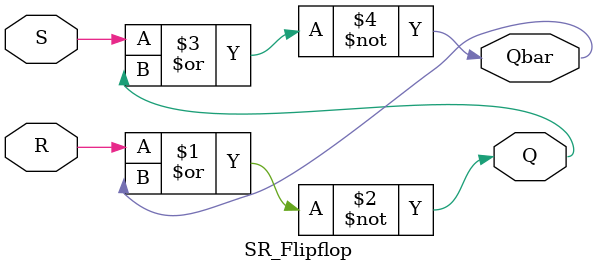
<source format=v>
`timescale 1ns / 1ps


module SR_Flipflop(
    input S,R,
    output Q,Qbar
);

assign Q = ~(R | Qbar);
assign Qbar = ~(S | Q);
endmodule

</source>
